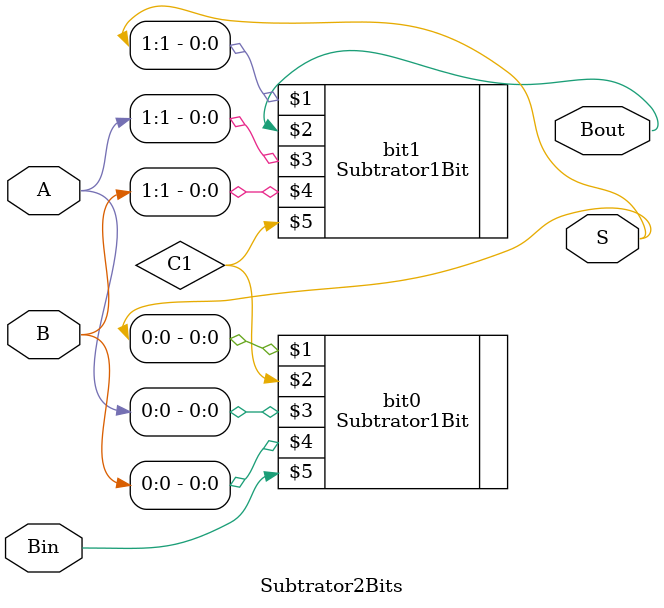
<source format=v>
module Subtrator2Bits(S, Bout, A, B, Bin);
    input [1:0] A, B;    // Array de inputs de 2 bits
    input Bin;           // Borrow-in  (Entrada)
    output [1:0] S;      // Resultado da subtração
    output Bout;         // Borrow-out (Saida)

    wire C1;

    // Instanciando 2 subtratores de 1 bit
    Subtrator1Bit bit0(S[0], C1, A[0], B[0], Bin);
    Subtrator1Bit bit1(S[1], Bout, A[1], B[1], C1);
endmodule


</source>
